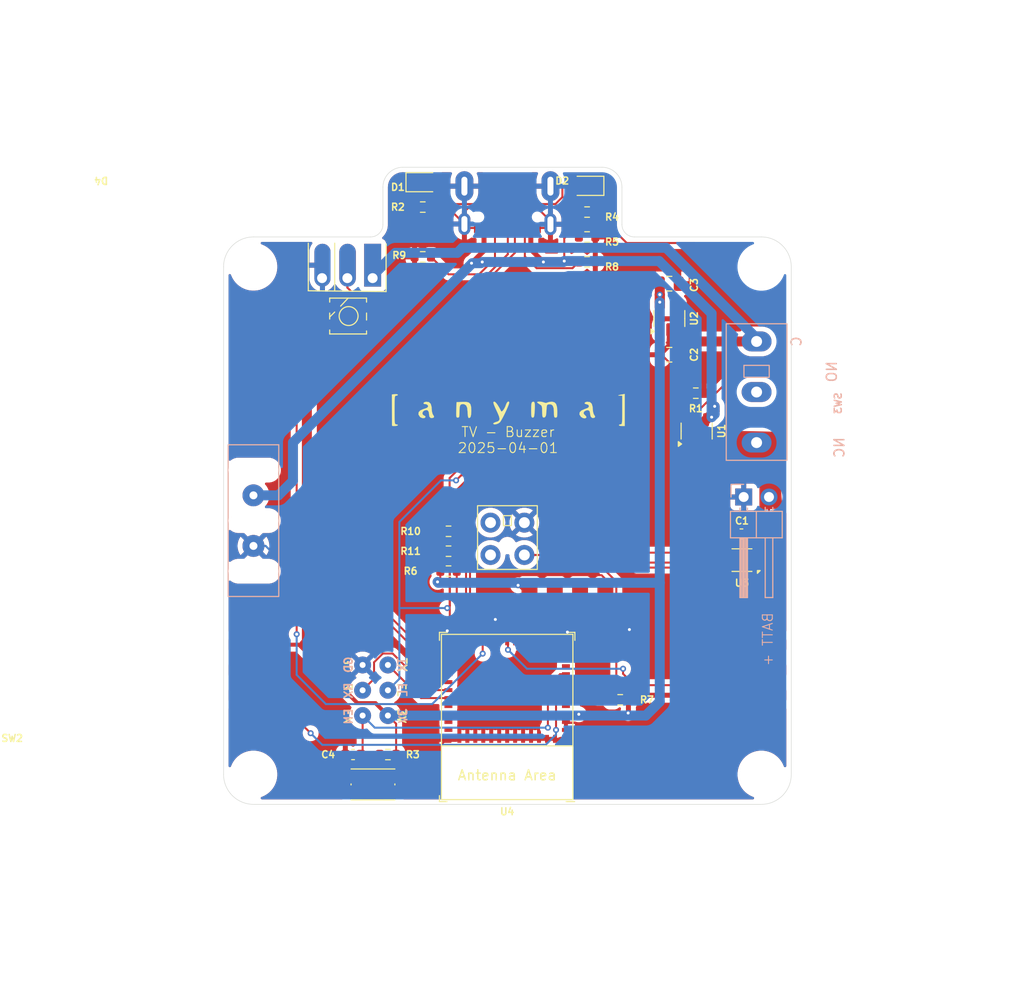
<source format=kicad_pcb>
(kicad_pcb (version 20240108) (generator "pcbnew") (generator_version "8.0")
  (layers (0 "F.Cu" signal) (31 "B.Cu" signal) (34 "B.Paste" user) (35 "F.Paste" user) (36 "B.SilkS" user "B.Silkscreen") (37 "F.SilkS" user "F.Silkscreen") (38 "B.Mask" user) (39 "F.Mask" user) (44 "Edge.Cuts" user))
  (net 0 "")
  (net 1 "+3V8")
  (net 2 "GND")
  (net 3 "+3V3")
  (net 4 "/en")
  (net 5 "Net-(D1-K)")
  (net 6 "Net-(D1-A)")
  (net 7 "Net-(D2-A)")
  (net 8 "/pix")
  (net 9 "Net-(D4-DOUT)")
  (net 10 "+BATT")
  (net 11 "/rx")
  (net 12 "/tx")
  (net 13 "/scl{slash}flash")
  (net 14 "/usb+")
  (net 15 "+5V")
  (net 16 "/usb-")
  (net 18 "Net-(J4-CC2)")
  (net 20 "Net-(J4-CC1)")
  (net 21 "/gpio_1")
  (net 22 "/gpio_0")
  (net 23 "/ad1")
  (net 24 "/ad2")
  (net 25 "/gpio_8")
  (net 26 "/gpio_6")
  (net 27 "/servo")
  (net 28 "Net-(U1-PROG)")
  (net 29 "/strap2")
  (net 30 "/sda")
  (footprint "MountingHole:MountingHole_4.3mm_M4" (layer "F.Cu") (at 105 79)
    (property "Reference" "H1" (hide yes))
    (property "Value" "MountingHole")
  )
  (footprint "Capacitor_SMD:C_0603_1608Metric" (layer "F.Cu") (at 153.997 105.844 180)
    (property "Reference" "C1")
    (property "Value" "100n")
  )
  (footprint "Resistor_SMD:R_0603_1608Metric" (layer "F.Cu") (at 149.416 91.694)
    (property "Reference" "R1")
    (property "Value" "2k")
  )
  (footprint "Capacitor_SMD:C_0805_2012Metric" (layer "F.Cu") (at 146.751 80.6955)
    (property "Reference" "C3")
    (property "Value" "4u7")
  )
  (footprint "anyma_footprints:smd-4pin" (layer "F.Cu") (at 135.255 112.014 90)
    (property "Reference" "J6" (hide yes))
    (property "Value" "spare")
  )
  (footprint "Resistor_SMD:R_0603_1608Metric" (layer "F.Cu") (at 124.587 109.569)
    (property "Reference" "R6")
    (property "Value" "5k1")
  )
  (footprint "Anyma06:SK6812-MINI-HS" (layer "F.Cu") (at 114.554 83.947 180)
    (property "Reference" "D4")
    (property "Value" "SK6812MINI")
  )
  (footprint "anyma_footprints:logo_anyma" (layer "F.Cu") (at 130.683 93.472)
    (property "Reference" "U5" (hide yes))
    (property "Value" "LOGO" (hide yes))
  )
  (footprint "Resistor_SMD:R_0603_1608Metric" (layer "F.Cu") (at 141.825 122.5 180)
    (property "Reference" "R7")
    (property "Value" "5k1")
  )
  (footprint "Capacitor_SMD:C_0805_2012Metric" (layer "F.Cu") (at 146.751 87.833 180)
    (property "Reference" "C2")
    (property "Value" "10u")
  )
  (footprint "Anyma06:ComboPinhead_03" (layer "F.Cu") (at 116.967 80.137 -90)
    (property "Reference" "J11" (hide yes))
    (property "Value" "pixels")
  )
  (footprint "anyma_footprints:smd-3pin" (layer "F.Cu") (at 104 119.5)
    (property "Reference" "J7" (hide yes))
    (property "Value" "sens")
  )
  (footprint "Capacitor_SMD:C_0603_1608Metric" (layer "F.Cu") (at 115 128 180)
    (property "Reference" "C4")
    (property "Value" "1u")
  )
  (footprint "synkie_footprints:JAE_USB-C_SJ122205" (layer "F.Cu") (at 130.5 74 180)
    (property "Reference" "J4" (hide yes))
    (property "Value" "USB_C_Receptacle_USB2.0")
  )
  (footprint "MountingHole:MountingHole_4.3mm_M4" (layer "F.Cu") (at 156 130)
    (property "Reference" "H4" (hide yes))
    (property "Value" "MountingHole")
  )
  (footprint "Resistor_SMD:R_0603_1608Metric" (layer "F.Cu") (at 138.5 78.5)
    (property "Reference" "R8")
    (property "Value" "5k1")
  )
  (footprint "anyma_footprints:smd-3pin" (layer "F.Cu") (at 157 119.5 180)
    (property "Reference" "J8" (hide yes))
    (property "Value" "sens")
  )
  (footprint "Resistor_SMD:R_0603_1608Metric" (layer "F.Cu") (at 124.587 105.569)
    (property "Reference" "R10")
    (property "Value" "5k1")
  )
  (footprint "Package_DFN_QFN:TDFN-8-1EP_2x2mm_P0.5mm_EP0.8x1.2mm" (layer "F.Cu") (at 154.051 108.465 180)
    (property "Reference" "U3")
    (property "Value" "~")
  )
  (footprint "Resistor_SMD:R_0603_1608Metric" (layer "F.Cu") (at 138.5 73.5)
    (property "Reference" "R4")
    (property "Value" "2k")
  )
  (footprint "Resistor_SMD:R_0603_1608Metric" (layer "F.Cu") (at 124.587 107.569)
    (property "Reference" "R11")
    (property "Value" "5k1")
  )
  (footprint "Package_TO_SOT_SMD:SOT-23-5" (layer "F.Cu") (at 149.5 95.5 90)
    (property "Reference" "U1")
    (property "Value" "MCP73831-2-OT")
  )
  (footprint "Resistor_SMD:R_0603_1608Metric" (layer "F.Cu") (at 122 73)
    (property "Reference" "R2")
    (property "Value" "2k")
  )
  (footprint "Resistor_SMD:R_0603_1608Metric" (layer "F.Cu") (at 122 78 180)
    (property "Reference" "R9")
    (property "Value" "5k1")
  )
  (footprint "MountingHole:MountingHole_4.3mm_M4" (layer "F.Cu") (at 105 130)
    (property "Reference" "H2" (hide yes))
    (property "Value" "MountingHole")
  )
  (footprint "Resistor_SMD:R_0603_1608Metric" (layer "F.Cu") (at 118.5 128 180)
    (property "Reference" "R3")
    (property "Value" "5k1")
  )
  (footprint "PCM_Espressif:ESP32-C3-MINI-1" (layer "F.Cu") (at 130.475 124.225 180)
    (property "Reference" "U4")
    (property "Value" "ESP32-C3-MINI-1")
  )
  (footprint "LED_SMD:LED_0805_2012Metric" (layer "F.Cu") (at 138.5 70.866 180)
    (property "Reference" "D2")
    (property "Value" "CHRG")
  )
  (footprint "Package_TO_SOT_SMD:SOT-23-5" (layer "F.Cu") (at 146.751 84.1955 90)
    (property "Reference" "U2")
    (property "Value" "XC6220B331MR")
  )
  (footprint "MountingHole:MountingHole_4.3mm_M4" (layer "F.Cu") (at 156 79)
    (property "Reference" "H3" (hide yes))
    (property "Value" "MountingHole")
  )
  (footprint "LED_SMD:LED_0805_2012Metric" (layer "F.Cu") (at 122 70.5)
    (property "Reference" "D1")
    (property "Value" "RDY")
  )
  (footprint "Resistor_SMD:R_0603_1608Metric" (layer "F.Cu") (at 138.5 76)
    (property "Reference" "R5")
    (property "Value" "2k")
  )
  (footprint "Anyma06:DDS001" (layer "F.Cu") (at 130.5 104.5 90)
    (property "Reference" "SW4" (hide yes))
    (property "Value" "Btn-1")
  )
  (footprint "Anyma06:ESP-POGO-PROG-THT" (layer "F.Cu") (at 117.3 121.58 180)
    (property "Reference" "J3" (hide yes))
    (property "Value" "Prog")
  )
  (footprint "Button_Switch_SMD:SW_Push_1P1T_NO_CK_KMR2" (layer "F.Cu") (at 117 131 180)
    (property "Reference" "SW2")
    (property "Value" "Reset")
  )
  (footprint "Anyma06:Microschalter" (layer "B.Cu") (at 161.4555 92.58 -90)
    (property "Reference" "SW3")
    (property "Value" "SW_SPDT")
  )
  (footprint "Anyma06:PogoChargeConn" (layer "B.Cu") (at 105 104.5 180)
    (property "Reference" "J12" (hide yes))
    (property "Value" "Charge")
  )
  (footprint "Connector_PinHeader_2.54mm:PinHeader_1x02_P2.54mm_Horizontal" (layer "B.Cu") (at 154.225 102.125 -90)
    (property "Reference" "J1" (hide yes))
    (property "Value" "BATT")
  )
  (gr_arc (start 156 76) (mid 158.12132 76.87868) (end 159 79) (stroke (width 0.05)) (layer "Edge.Cuts"))
  (gr_line (start 159 79) (end 159 130) (stroke (width 0.05)) (layer "Edge.Cuts"))
  (gr_line (start 105 76) (end 116.75 76) (stroke (width 0.05)) (layer "Edge.Cuts"))
  (gr_arc (start 105 133) (mid 102.87868 132.12132) (end 102 130) (stroke (width 0.05)) (layer "Edge.Cuts"))
  (gr_line (start 142 71) (end 142 74.75) (stroke (width 0.05)) (layer "Edge.Cuts"))
  (gr_line (start 156 76) (end 143.25 76) (stroke (width 0.05)) (layer "Edge.Cuts"))
  (gr_arc (start 102 79) (mid 102.87868 76.87868) (end 105 76) (stroke (width 0.05)) (layer "Edge.Cuts"))
  (gr_arc (start 140 69) (mid 141.414214 69.585786) (end 142 71) (stroke (width 0.05)) (layer "Edge.Cuts"))
  (gr_line (start 118 71) (end 118 74.75) (stroke (width 0.05)) (layer "Edge.Cuts"))
  (gr_arc (start 159 130) (mid 158.12132 132.12132) (end 156 133) (stroke (width 0.05)) (layer "Edge.Cuts"))
  (gr_line (start 102 79) (end 102 130) (stroke (width 0.05)) (layer "Edge.Cuts"))
  (gr_arc (start 143.25 76) (mid 142.366117 75.633883) (end 142 74.75) (stroke (width 0.05)) (layer "Edge.Cuts"))
  (gr_arc (start 118 74.75) (mid 117.633883 75.633883) (end 116.75 76) (stroke (width 0.05)) (layer "Edge.Cuts"))
  (gr_line (start 120 69) (end 140 69) (stroke (width 0.05)) (layer "Edge.Cuts"))
  (gr_arc (start 118 71) (mid 118.585786 69.585786) (end 120 69) (stroke (width 0.05)) (layer "Edge.Cuts"))
  (gr_line (start 105 133) (end 156 133) (stroke (width 0.05)) (layer "Edge.Cuts"))
  (gr_text "BATT +" (at 157.226 113.665 90) (layer "B.SilkS") (effects (font (size 1 1) (thickness 0.1)) (justify left bottom mirror)))
  (gr_text "TV - Buzzer\n2025-04-01" (at 130.556 97.79 0) (layer "F.SilkS") (effects (font (size 1 1) (thickness 0.1)) (justify bottom)))
  (segment (start 147.3395 84.2205) (end 147.701 84.582) (width 0.5) (layer "F.Cu") (net 1))
  (segment (start 146.251001 84.2205) (end 147.3395 84.2205) (width 0.5) (layer "F.Cu") (net 1))
  (segment (start 155.5195 86.5) (end 149.034 86.5) (width 1) (layer "F.Cu") (net 1))
  (segment (start 147.701 85.333) (end 147.701 87.833) (width 0.5) (layer "F.Cu") (net 1))
  (segment (start 145.801 85.333) (end 145.801 84.670501) (width 0.5) (layer "F.Cu") (net 1))
  (segment (start 147.701 84.582) (end 147.701 85.333) (width 0.5) (layer "F.Cu") (net 1))
  (segment (start 149.034 86.5) (end 147.701 87.833) (width 1) (layer "F.Cu") (net 1))
  (segment (start 145.801 84.670501) (end 146.251001 84.2205) (width 0.5) (layer "F.Cu") (net 1))
  (segment (start 125.984 77.089) (end 125.476 77.597) (width 1) (layer "B.Cu") (net 1))
  (segment (start 119.253 77.597) (end 116.967 79.883) (width 1) (layer "B.Cu") (net 1))
  (segment (start 125.476 77.597) (end 119.253 77.597) (width 1) (layer "B.Cu") (net 1))
  (segment (start 155.5195 86.5) (end 155.5195 86.1775) (width 1) (layer "B.Cu") (net 1))
  (segment (start 146.431 77.089) (end 125.984 77.089) (width 1) (layer "B.Cu") (net 1))
  (segment (start 155.5195 86.1775) (end 146.431 77.089) (width 1) (layer "B.Cu") (net 1))
  (segment (start 155.0385 109.215) (end 154.636614 109.215) (width 0.2) (layer "F.Cu") (net 2))
  (segment (start 154.051 106.673) (end 154.051 108.465) (width 0.2) (layer "F.Cu") (net 2))
  (segment (start 124.525 116.575) (end 124.525 115.635) (width 0.2) (layer "F.Cu") (net 2))
  (segment (start 153.0635 108.215) (end 153.801 108.215) (width 0.2) (layer "F.Cu") (net 2))
  (segment (start 136.525 115.697) (end 136.525 116.475) (width 0.2) (layer "F.Cu") (net 2))
  (segment (start 133.675 118.325) (end 132.45 119.55) (width 0.2) (layer "F.Cu") (net 2))
  (segment (start 124.383578 126.475) (end 119.058578 131.8) (width 0.2) (layer "F.Cu") (net 2))
  (segment (start 124.525 115.635) (end 124.46 115.57) (width 0.2) (layer "F.Cu") (net 2))
  (segment (start 133.519239 73.1) (end 126.544 73.1) (width 0.2) (layer "F.Cu") (net 2))
  (segment (start 126.18 73.464) (end 126.18 74.7) (width 0.2) (layer "F.Cu") (net 2))
  (segment (start 139.954 109.982) (end 130.048 109.982) (width 0.2) (layer "F.Cu") (net 2))
  (segment (start 146.751 85.333) (end 146.751 86.883) (width 0.5) (layer "F.Cu") (net 2))
  (segment (start 139.192 115.697) (end 136.525 115.697) (width 0.2) (layer "F.Cu") (net 2))
  (segment (start 130.048 109.982) (end 129.286 110.744) (width 0.2) (layer "F.Cu") (net 2))
  (segment (start 114.2 131.05) (end 114.95 131.8) (width 0.2) (layer "F.Cu") (net 2))
  (segment (start 121.175 78) (end 121.175 74.65) (width 0.2) (layer "F.Cu") (net 2))
  (segment (start 134.82 74.400761) (end 133.519239 73.1) (width 0.2) (layer "F.Cu") (net 2))
  (segment (start 134.82 74.725) (end 134.82 74.400761) (width 0.2) (layer "F.Cu") (net 2))
  (segment (start 136.525 116.475) (end 136.425 116.575) (width 0.2) (layer "F.Cu") (net 2))
  (segment (start 140.335 112.014) (end 140.335 110.363) (width 0.2) (layer "F.Cu") (net 2))
  (segment (start 128.5 119.55) (end 132.45 119.55) (width 0.2) (layer "F.Cu") (net 2))
  (segment (start 134.445 75.1) (end 134.82 74.725) (width 0.2) (layer "F.Cu") (net 2))
  (segment (start 124.525 126.475) (end 136.425 126.475) (width 0.2) (layer "F.Cu") (net 2))
  (segment (start 154.636614 107.715) (end 154.051 108.300614) (width 0.2) (layer "F.Cu") (net 2))
  (segment (start 127.4 75.1) (end 126.58 75.1) (width 0.2) (layer "F.Cu") (net 2))
  (segment (start 129.286 110.744) (end 129.286 114.427) (width 0.2) (layer "F.Cu") (net 2))
  (segment (start 145.98 87.833) (end 145.801 87.833) (width 0.2) (layer "F.Cu") (net 2))
  (segment (start 154.051 108.629386) (end 154.051 108.465) (width 0.2) (layer "F.Cu") (net 2))
  (segment (start 154.225 102.125) (end 154.225 103.886) (width 0.2) (layer "F.Cu") (net 2))
  (segment (start 119.05 131.8) (end 114.95 131.8) (width 0.2) (layer "F.Cu") (net 2))
  (segment (start 154.225 103.886) (end 154.225 103.966) (width 0.2) (layer "F.Cu") (net 2))
  (segment (start 114.2 128.025) (end 114.2 131.05) (width 0.2) (layer "F.Cu") (net 2))
  (segment (start 124.525 126.475) (end 124.383578 126.475) (width 0.2) (layer "F.Cu") (net 2))
  (segment (start 133.752 117.525) (end 133.675 117.602) (width 0.2) (layer "F.Cu") (net 2))
  (segment (start 124.48 73) (end 126.18 74.7) (width 0.2) (layer "F.Cu") (net 2))
  (segment (start 149.841 91.694) (end 145.98 87.833) (width 0.2) (layer "F.Cu") (net 2))
  (segment (start 133.675 117.602) (end 133.675 118.325) (width 0.2) (layer "F.Cu") (net 2))
  (segment (start 140.335 112.014) (end 140.335 114.554) (width 0.2) (layer "F.Cu") (net 2))
  (segment (start 154.225 114.185) (end 157 116.96) (width 0.2) (layer "F.Cu") (net 2))
  (segment (start 121.175 74.65) (end 122.825 73) (width 0.2) (layer "F.Cu") (net 2))
  (segment (start 133.675 116.625) (end 133.675 117.602) (width 0.2) (layer "F.Cu") (net 2))
  (segment (start 126.58 75.1) (end 126.18 74.7) (width 0.2) (layer "F.Cu") (net 2))
  (segment (start 155.0385 109.215) (end 154.886 109.3675) (width 0.2) (layer "F.Cu") (net 2))
  (segment (start 150.241 91.694) (end 149.841 91.694) (width 0.2) (layer "F.Cu") (net 2))
  (segment (start 149.5 96.6375) (end 149.5 98.277) (width 0.2) (layer "F.Cu") (net 2))
  (segment (start 126.544 73.1) (end 126.18 73.464) (width 0.2) (layer "F.Cu") (net 2))
  (segment (start 146.751 86.883) (end 145.801 87.833) (width 0.5) (layer "F.Cu") (net 2))
  (segment (start 136.425 117.475) (end 136.375 117.525) (width 0.2) (layer "F.Cu") (net 2))
  (segment (start 119.058578 131.8) (end 119.05 131.8) (width 0.2) (layer "F.Cu") (net 2))
  (segment (start 128.5 119.55) (end 128.5 123.5) (width 0.2) (layer "F.Cu") (net 2))
  (segment (start 133.6 75.1) (end 134.445 75.1) (width 0.2) (layer "F.Cu") (net 2))
  (segment (start 139.325 78.5) (end 139.325 80.029) (width 0.2) (layer "F.Cu") (net 2))
  (segment (start 132.45 119.55) (end 132.45 123.5) (width 0.2) (layer "F.Cu") (net 2))
  (segment (start 155.0385 107.715) (end 154.636614 107.715) (width 0.2) (layer "F.Cu") (net 2))
  (segment (start 153.222 105.844) (end 154.051 106.673) (width 0.2) (layer "F.Cu") (net 2))
  (segment (start 136.425 116.575) (end 136.425 117.475) (width 0.2) (layer "F.Cu") (net 2))
  (segment (start 154.051 108.300614) (end 154.051 108.465) (width 0.2) (layer "F.Cu") (net 2))
  (segment (start 136.375 117.525) (end 133.752 117.525) (width 0.2) (layer "F.Cu") (net 2))
  (segment (start 154.636614 109.215) (end 154.051 108.629386) (width 0.2) (layer "F.Cu") (net 2))
  (segment (start 136.375 124.725) (end 136.375 126.425) (width 0.2) (layer "F.Cu") (net 2))
  (segment (start 153.801 108.215) (end 154.051 108.465) (width 0.2) (layer "F.Cu") (net 2))
  (segment (start 136.375 126.425) (end 136.425 126.475) (width 0.2) (layer "F.Cu") (net 2))
  (segment (start 140.335 114.554) (end 139.192 115.697) (width 0.2) (layer "F.Cu") (net 2))
  (segment (start 122.825 73) (end 124.48 73) (width 0.2) (layer "F.Cu") (net 2))
  (segment (start 130.475 119.55) (end 130.475 123.5) (width 0.2) (layer "F.Cu") (net 2))
  (segment (start 114.225 128) (end 114.2 128.025) (width 0.2) (layer "F.Cu") (net 2))
  (segment (start 139.325 76) (end 139.325 78.5) (width 0.2) (layer "F.Cu") (net 2))
  (segment (start 130.475 123.5) (end 130.475 126.425) (width 0.2) (layer "F.Cu") (net 2))
  (segment (start 140.335 110.363) (end 139.954 109.982) (width 0.2) (layer "F.Cu") (net 2))
  (via (at 124.46 115.57) (size 0.6) (drill 0.3) (layers "F.Cu" "B.Cu") (net 2))
  (via (at 142.748 115.443) (size 0.6) (drill 0.3) (layers "F.Cu" "B.Cu") (net 2))
  (via (at 129.286 114.427) (size 0.6) (drill 0.3) (layers "F.Cu" "B.Cu") (net 2))
  (via (at 136.525 115.697) (size 0.6) (drill 0.3) (layers "F.Cu" "B.Cu") (net 2))
  (segment (start 106.222742 107.04) (end 108.331 109.148258) (width 0.2) (layer "B.Cu") (net 2))
  (segment (start 136.398 115.57) (end 136.525 115.697) (width 0.2) (layer "B.Cu") (net 2))
  (segment (start 105 107.04) (end 106.222742 107.04) (width 0.2) (layer "B.Cu") (net 2))
  (segment (start 129.286 114.427) (end 128.143 115.57) (width 0.2) (layer "B.Cu") (net 2))
  (segment (start 142.748 115.443) (end 136.779 115.443) (width 0.2) (layer "B.Cu") (net 2))
  (segment (start 124.46 115.57) (end 136.398 115.57) (width 0.2) (layer "B.Cu") (net 2))
  (segment (start 134.82 70.9) (end 134.82 74.725) (width 0.2) (layer "B.Cu") (net 2))
  (segment (start 128.143 115.57) (end 124.46 115.57) (width 0.2) (layer "B.Cu") (net 2))
  (segment (start 126.18 70.9) (end 126.18 74.7) (width 0.2) (layer "B.Cu") (net 2))
  (segment (start 136.779 115.443) (end 136.525 115.697) (width 0.2) (layer "B.Cu") (net 2))
  (segment (start 157 122.04) (end 143.11 122.04) (width 0.5) (layer "F.Cu") (net 3))
  (segment (start 145.801 82.555) (end 145.796 82.55) (width 1) (layer "F.Cu") (net 3))
  (segment (start 123.762 105.569) (end 123.762 109.569) (width 0.2) (layer "F.Cu") (net 3))
  (segment (start 119.325 128) (end 119.325 124.905) (width 0.2) (layer "F.Cu") (net 3))
  (segment (start 123.762 110.374082) (end 123.481541 110.654541) (width 0.2) (layer "F.Cu") (net 3))
  (segment (start 142.65 122.5) (end 142.65 123.796) (width 0.5) (layer "F.Cu") (net 3))
  (segment (start 116.394 84.837) (end 110.363 90.868) (width 1) (layer "F.Cu") (net 3))
  (segment (start 132.715 112.014) (end 132.588 112.014) (width 0.2) (layer "F.Cu") (net 3))
  (segment (start 115.442233 122.83) (end 117.25 122.83) (width 0.4) (layer "F.Cu") (net 3))
  (segment (start 145.801 83.058) (end 145.801 82.555) (width 1) (layer "F.Cu") (net 3))
  (segment (start 142.65 123.796) (end 142.621 123.825) (width 0.5) (layer "F.Cu") (net 3))
  (segment (start 145.796 81.793) (end 145.801 81.788) (width 1) (layer "F.Cu") (net 3))
  (segment (start 132.588 112.014) (end 131.572 110.998) (width 0.2) (layer "F.Cu") (net 3))
  (segment (start 104 116.96) (end 109.572233 116.96) (width 0.4) (layer "F.Cu") (net 3))
  (segment (start 145.801 83.058) (end 145.801 81.788) (width 1) (layer "F.Cu") (net 3))
  (segment (start 137.641 123.925) (end 137.668 123.952) (width 0.5) (layer "F.Cu") (net 3))
  (segment (start 145.801 81.788) (end 145.801 80.6955) (width 1) (layer "F.Cu") (net 3))
  (segment (start 145.796 82.55) (end 145.796 81.793) (width 1) (layer "F.Cu") (net 3))
  (segment (start 119.325 124.905) (end 118.5 124.08) (width 0.2) (layer "F.Cu") (net 3))
  (segment (start 136.375 123.925) (end 137.641 123.925) (width 0.5) (layer "F.Cu") (net 3))
  (segment (start 109.572233 116.96) (end 115.442233 122.83) (width 0.4) (layer "F.Cu") (net 3))
  (segment (start 110.363 90.868) (end 110.363 116.69114) (width 1) (layer "F.Cu") (net 3))
  (segment (start 110.363 116.69114) (end 110.09414 116.96) (width 1) (layer "F.Cu") (net 3))
  (segment (start 123.762 109.569) (end 123.762 110.374082) (width 0.2) (layer "F.Cu") (net 3))
  (segment (start 117.25 122.83) (end 118.5 124.08) (width 0.4) (layer "F.Cu") (net 3))
  (segment (start 143.11 122.04) (end 142.65 122.5) (width 0.5) (layer "F.Cu") (net 3))
  (via (at 145.796 82.55) (size 0.6) (drill 0.3) (layers "F.Cu" "B.Cu") (net 3))
  (via (at 137.668 123.952) (size 0.6) (drill 0.3) (layers "F.Cu" "B.Cu") (net 3))
  (via (at 131.572 110.998) (size 0.6) (drill 0.3) (layers "F.Cu" "B.Cu") (net 3))
  (via (at 142.621 123.825) (size 0.6) (drill 0.3) (layers "F.Cu" "B.Cu") (net 3))
  (via (at 123.481541 110.654541) (size 0.6) (drill 0.3) (layers "F.Cu" "B.Cu") (net 3))
  (via (at 145.801 81.788) (size 0.6) (drill 0.3) (layers "F.Cu" "B.Cu") (net 3))
  (segment (start 138.683 123.952) (end 138.811 124.08) (width 0.5) (layer "B.Cu") (net 3))
  (segment (start 145.796 110.744) (end 145.796 122.682) (width 1) (layer "B.Cu") (net 3))
  (segment (start 123.571 110.744) (end 123.481541 110.654541) (width 1) (layer "B.Cu") (net 3))
  (segment (start 145.796 82.55) (end 145.796 110.744) (width 1) (layer "B.Cu") (net 3))
  (segment (start 137.668 123.952) (end 138.683 123.952) (width 0.5) (layer "B.Cu") (net 3))
  (segment (start 131.572 110.998) (end 131.318 110.744) (width 0.2) (layer "B.Cu") (net 3))
  (segment (start 138.811 124.08) (end 118.5 124.08) (width 1) (layer "B.Cu") (net 3))
  (segment (start 145.796 110.744) (end 130.556 110.744) (width 1) (layer "B.Cu") (net 3))
  (segment (start 131.318 110.744) (end 130.556 110.744) (width 0.2) (layer "B.Cu") (net 3))
  (segment (start 130.556 110.744) (end 123.571 110.744) (width 1) (layer "B.Cu") (net 3))
  (segment (start 144.398 124.08) (end 138.811 124.08) (width 1) (layer "B.Cu") (net 3))
  (segment (start 145.796 122.682) (end 144.398 124.08) (width 1) (layer "B.Cu") (net 3))
  (segment (start 115.96 124.08) (end 115.96 127.815) (width 0.2) (layer "F.Cu") (net 4))
  (segment (start 115.775 129.375) (end 114.95 130.2) (width 0.2) (layer "F.Cu") (net 4))
  (segment (start 115.775 128) (end 115.775 129.375) (width 0.2) (layer "F.Cu") (net 4))
  (segment (start 117.675 128) (end 115.775 128) (width 0.2) (layer "F.Cu") (net 4))
  (segment (start 136.375 119.925) (end 135.775 119.925) (width 0.2) (layer "F.Cu") (net 4))
  (segment (start 134.562877 121.137123) (end 134.562877 125.297968) (width 0.2) (layer "F.Cu") (net 4))
  (segment (start 115.96 127.815) (end 115.775 128) (width 0.2) (layer "F.Cu") (net 4))
  (segment (start 117.675 128.825) (end 119.05 130.2) (width 0.2) (layer "F.Cu") (net 4))
  (segment (start 135.775 119.925) (end 134.562877 121.137123) (width 0.2) (layer "F.Cu") (net 4))
  (segment (start 117.675 128) (end 117.675 128.825) (width 0.2) (layer "F.Cu") (net 4))
  (via (at 134.562877 125.297968) (size 0.6) (drill 0.3) (layers "F.Cu" "B.Cu") (net 4))
  (segment (start 117.177968 125.297968) (end 134.562877 125.297968) (width 0.2) (layer "B.Cu") (net 4))
  (segment (start 115.96 124.08) (end 117.177968 125.297968) (width 0.2) (layer "B.Cu") (net 4))
  (segment (start 121.0625 72.8875) (end 121.175 73) (width 0.2) (layer "F.Cu") (net 5))
  (segment (start 121.0625 70.5) (end 121.0625 72.8875) (width 0.2) (layer "F.Cu") (net 5))
  (segment (start 137.229768 69.723) (end 136.02 70.932768) (width 0.2) (layer "F.Cu") (net 6))
  (segment (start 140.081 71.5095) (end 139.4375 70.866) (width 0.2) (layer "F.Cu") (net 6))
  (segment (start 138.2945 69.723) (end 137.229768 69.723) (width 0.2) (layer "F.Cu") (net 6))
  (segment (start 142.480302 76.610314) (end 140.081 74.211012) (width 0.2) (layer "F.Cu") (net 6))
  (segment (start 136.02 70.932768) (end 136.02 71.997056) (width 0.2) (layer "F.Cu") (net 6))
  (segment (start 148.55 95.665552) (end 149.606 94.609552) (width 0.2) (layer "F.Cu") (net 6))
  (segment (start 125.1375 72.7) (end 122.9375 70.5) (width 0.2) (layer "F.Cu") (net 6))
  (segment (start 136.02 71.997056) (end 135.317056 72.7) (width 0.2) (layer "F.Cu") (net 6))
  (segment (start 156.083 89.535) (end 157.861 87.757) (width 0.2) (layer "F.Cu") (net 6))
  (segment (start 149.606 94.609552) (end 149.606 93.516648) (width 0.2) (layer "F.Cu") (net 6))
  (segment (start 135.317056 72.7) (end 125.1375 72.7) (width 0.2) (layer "F.Cu") (net 6))
  (segment (start 148.55 96.6375) (end 148.55 95.665552) (width 0.2) (layer "F.Cu") (net 6))
  (segment (start 149.254314 76.610314) (end 142.480302 76.610314) (width 0.2) (layer "F.Cu") (net 6))
  (segment (start 153.587648 89.535) (end 156.083 89.535) (width 0.2) (layer "F.Cu") (net 6))
  (segment (start 157.861 85.217) (end 149.254314 76.610314) (width 0.2) (layer "F.Cu") (net 6))
  (segment (start 139.4375 70.866) (end 138.2945 69.723) (width 0.2) (layer "F.Cu") (net 6))
  (segment (start 157.861 87.757) (end 157.861 85.217) (width 0.2) (layer "F.Cu") (net 6))
  (segment (start 149.606 93.516648) (end 153.587648 89.535) (width 0.2) (layer "F.Cu") (net 6))
  (segment (start 140.081 74.211012) (end 140.081 71.5095) (width 0.2) (layer "F.Cu") (net 6))
  (segment (start 139.325 73.5) (end 139.325 73.654) (width 0.2) (layer "F.Cu") (net 7))
  (segment (start 137.5625 70.866) (end 137.5625 71.7375) (width 0.2) (layer "F.Cu") (net 7))
  (segment (start 139.325 73.654) (end 137.675 75.304) (width 0.2) (layer "F.Cu") (net 7))
  (segment (start 137.675 75.304) (end 137.675 76) (width 0.2) (layer "F.Cu") (net 7))
  (segment (start 137.5625 71.7375) (end 139.325 73.5) (width 0.2) (layer "F.Cu") (net 7))
  (segment (start 112.714 86.803) (end 109.338607 90.178393) (width 0.2) (layer "F.Cu") (net 8))
  (segment (start 109.338607 90.178393) (end 109.338607 115.91) (width 0.2) (layer "F.Cu") (net 8))
  (segment (start 128.016 117.856) (end 128.016 116.684) (width 0.2) (layer "F.Cu") (net 8))
  (segment (start 112.714 84.837) (end 112.714 86.803) (width 0.2) (layer "F.Cu") (net 8))
  (segment (start 128.016 116.684) (end 128.075 116.625) (width 0.2) (layer "F.Cu") (net 8))
  (via (at 128.016 117.856) (size 0.6) (drill 0.3) (layers "F.Cu" "B.Cu") (net 8))
  (via (at 109.338607 115.91) (size 0.6) (drill 0.3) (layers "F.Cu" "B.Cu") (net 8))
  (segment (start 128.016 117.856) (end 122.942 122.93) (width 0.2) (layer "B.Cu") (net 8))
  (segment (start 112.274 122.93) (end 109.338607 119.994607) (width 0.2) (layer "B.Cu") (net 8))
  (segment (start 122.942 122.93) (end 112.274 122.93) (width 0.2) (layer "B.Cu") (net 8))
  (segment (start 109.338607 119.994607) (end 109.338607 115.91) (width 0.2) (layer "B.Cu") (net 8))
  (segment (start 114.427 80.01) (end 114.427 81.09) (width 0.2) (layer "F.Cu") (net 9))
  (segment (start 114.427 81.09) (end 116.394 83.057) (width 0.2) (layer "F.Cu") (net 9))
  (segment (start 156.765 108.157) (end 156.765 105.664) (width 0.2) (layer "F.Cu") (net 10))
  (segment (start 156.707 108.215) (end 156.765 108.157) (width 0.2) (layer "F.Cu") (net 10))
  (segment (start 156.765 97.9055) (end 156.765 102.125) (width 1) (layer "F.Cu") (net 10))
  (segment (start 154.772 105.844) (end 156.585 105.844) (width 0.2) (layer "F.Cu") (net 10))
  (segment (start 156.765 105.664) (end 156.765 102.125) (width 0.2) (layer "F.Cu") (net 10))
  (segment (start 155.0385 108.215) (end 156.707 108.215) (width 0.2) (layer "F.Cu") (net 10))
  (segment (start 155.0385 108.215) (end 155.0385 108.715) (width 0.2) (layer "F.Cu") (net 10))
  (segment (start 156.585 105.844) (end 156.765 105.664) (width 0.2) (layer "F.Cu") (net 10))
  (segment (start 155.5195 96.66) (end 156.765 97.9055) (width 1) (layer "F.Cu") (net 10))
  (segment (start 117.11 118.729) (end 117.11 120.39) (width 0.2) (layer "F.Cu") (net 11))
  (segment (start 124.575 121.525) (end 122.651346 121.525) (width 0.2) (layer "F.Cu") (net 11))
  (segment (start 117.11 120.39) (end 115.96 121.54) (width 0.2) (layer "F.Cu") (net 11))
  (segment (start 122.651346 121.525) (end 118.976346 117.85) (width 0.2) (layer "F.Cu") (net 11))
  (segment (start 117.989 117.85) (end 117.11 118.729) (width 0.2) (layer "F.Cu") (net 11))
  (segment (start 118.976346 117.85) (end 117.989 117.85) (width 0.2) (layer "F.Cu") (net 11))
  (segment (start 118.5 119) (end 121.825 122.325) (width 0.2) (layer "F.Cu") (net 12))
  (segment (start 121.825 122.325) (end 124.575 122.325) (width 0.2) (layer "F.Cu") (net 12))
  (segment (start 153.0635 108.715) (end 143.570686 108.715) (width 0.2) (layer "F.Cu") (net 13))
  (segment (start 124.712 108.966) (end 124.712 114.171) (width 0.2) (layer "F.Cu") (net 13))
  (segment (start 124.712 113.032) (end 124.46 113.284) (width 0.2) (layer "F.Cu") (net 13))
  (segment (start 134.804691 99.949005) (end 125.852995 99.949005) (width 0.2) (layer "F.Cu") (net 13))
  (segment (start 126.475 115.934) (end 126.475 116.625) (width 0.2) (layer "F.Cu") (net 13))
  (segment (start 125.412 107.569) (end 124.712 108.269) (width 0.2) (layer "F.Cu") (net 13))
  (segment (start 124.712 108.966) (end 124.712 113.032) (width 0.2) (layer "F.Cu") (net 13))
  (segment (start 125.852995 99.949005) (end 125.345 100.457) (width 0.2) (layer "F.Cu") (net 13))
  (segment (start 124.712 114.171) (end 126.475 115.934) (width 0.2) (layer "F.Cu") (net 13))
  (segment (start 143.570686 108.715) (end 134.804691 99.949005) (width 0.2) (layer "F.Cu") (net 13))
  (segment (start 124.712 108.269) (end 124.712 108.966) (width 0.2) (layer "F.Cu") (net 13))
  (via (at 125.345 100.457) (size 0.6) (drill 0.3) (layers "F.Cu" "B.Cu") (net 13))
  (via (at 124.46 113.284) (size 0.6) (drill 0.3) (layers "F.Cu" "B.Cu") (net 13))
  (segment (start 119.65 104.632) (end 123.825 100.457) (width 0.2) (layer "B.Cu") (net 13))
  (segment (start 119.65 113.284) (end 119.65 104.632) (width 0.2) (layer "B.Cu") (net 13))
  (segment (start 124.46 113.284) (end 119.65 113.284) (width 0.2) (layer "B.Cu") (net 13))
  (segment (start 119.65 120.39) (end 119.65 113.284) (width 0.2) (layer "B.Cu") (net 13))
  (segment (start 123.825 100.457) (end 125.345 100.457) (width 0.2) (layer "B.Cu") (net 13))
  (segment (start 118.5 121.54) (end 119.65 120.39) (width 0.2) (layer "B.Cu") (net 13))
  (segment (start 130.25 75.1) (end 130.25 75.386) (width 0.2) (layer "F.Cu") (net 14))
  (segment (start 114.281 93.999) (end 114.281 110.489685) (width 0.2) (layer "F.Cu") (net 14))
  (segment (start 130.5395 75.6755) (end 130.5395 77.7405) (width 0.2) (layer "F.Cu") (net 14))
  (segment (start 114.281 110.489685) (end 122.916315 119.125) (width 0.2) (layer "F.Cu") (net 14))
  (segment (start 130.75 75.465) (end 130.5395 75.6755) (width 0.2) (layer "F.Cu") (net 14))
  (segment (start 122.916315 119.125) (end 124.575 119.125) (width 0.2) (layer "F.Cu") (net 14))
  (segment (start 130.5395 77.7405) (end 114.281 93.999) (width 0.2) (layer "F.Cu") (net 14))
  (segment (start 130.75 75.1) (end 130.75 75.465) (width 0.2) (layer "F.Cu") (net 14))
  (segment (start 130.25 75.386) (end 130.5395 75.6755) (width 0.2) (layer "F.Cu") (net 14))
  (segment (start 128.15 77.381967) (end 126.895691 78.636276) (width 0.5) (layer "F.Cu") (net 15))
  (segment (start 150.45 94.3625) (end 151.308865 93.503635) (width 1) (layer "F.Cu") (net 15))
  (segment (start 151.308865 93.503635) (end 151.308865 93.015865) (width 1) (layer "F.Cu") (net 15))
  (segment (start 137.675 73.5) (end 137.675 74.669) (width 0.2) (layer "F.Cu") (net 15))
  (segment (start 128.15 75.1) (end 128.15 77.381967) (width 0.5) (layer "F.Cu") (net 15))
  (segment (start 136.207501 78.422501) (end 134.20611 78.422501) (width 0.5) (layer "F.Cu") (net 15))
  (segment (start 132.85 75.1) (end 132.85 77.254611) (width 0.5) (layer "F.Cu") (net 15))
  (segment (start 132.85 77.254611) (end 134.112 78.516611) (width 0.5) (layer "F.Cu") (net 15))
  (segment (start 137.675 74.669) (end 136.207501 76.136499) (width 0.2) (layer "F.Cu") (net 15))
  (segment (start 134.20611 78.422501) (end 134.112 78.516611) (width 0.5) (layer "F.Cu") (net 15))
  (segment (start 136.207501 76.136499) (end 136.207501 78.422501) (width 0.2) (layer "F.Cu") (net 15))
  (via (at 134.112 78.516611) (size 0.6) (drill 0.3) (layers "F.Cu" "B.Cu") (net 15))
  (via (at 151.308865 93.015865) (size 0.6) (drill 0.3) (layers "F.Cu" "B.Cu") (net 15))
  (via (at 126.895691 78.636276) (size 0.6) (drill 0.3) (layers "F.Cu" "B.Cu") (net 15))
  (via (at 127.97365 78.516611) (size 0.6) (drill 0.3) (layers "F.Cu" "B.Cu") (net 15))
  (via (at 136.207501 78.422501) (size 0.6) (drill 0.3) (layers "F.Cu" "B.Cu") (net 15))
  (via (at 151.003 94.107) (size 0.6) (drill 0.3) (layers "F.Cu" "B.Cu") (net 15))
  (segment (start 108.966 100.499) (end 108.966 96.647) (width 1) (layer "B.Cu") (net 15))
  (segment (start 105 101.96) (end 107.505 101.96) (width 1) (layer "B.Cu") (net 15))
  (segment (start 127.853985 78.636276) (end 127.97365 78.516611) (width 0.5) (layer "B.Cu") (net 15))
  (segment (start 108.966 96.647) (end 126.976724 78.636276) (width 1) (layer "B.Cu") (net 15))
  (segment (start 151.003 83.693) (end 145.732501 78.422501) (width 1) (layer "B.Cu") (net 15))
  (segment (start 107.505 101.96) (end 108.966 100.499) (width 1) (layer "B.Cu") (net 15))
  (segment (start 151.003 94.107) (end 151.003 83.693) (width 1) (layer "B.Cu") (net 15))
  (segment (start 151.003 94.107) (end 151.308865 93.801135) (width 1) (layer "B.Cu") (net 15))
  (segment (start 127.97365 78.516611) (end 136.113391 78.516611) (width 1) (layer "B.Cu") (net 15))
  (segment (start 136.113391 78.516611) (end 136.207501 78.422501) (width 1) (layer "B.Cu") (net 15))
  (segment (start 126.976724 78.636276) (end 127.853985 78.636276) (width 1) (layer "B.Cu") (net 15))
  (segment (start 145.732501 78.422501) (end 136.207501 78.422501) (width 1) (layer "B.Cu") (net 15))
  (segment (start 126.895691 78.636276) (end 127.853985 78.636276) (width 0.5) (layer "B.Cu") (net 15))
  (segment (start 151.308865 93.801135) (end 151.308865 93.015865) (width 1) (layer "B.Cu") (net 15))
  (segment (start 114.681 94.164686) (end 131.25 77.595686) (width 0.2) (layer "F.Cu") (net 16))
  (segment (start 131.108 74.212) (end 131.25 74.354) (width 0.2) (layer "F.Cu") (net 16))
  (segment (start 131.25 77.595686) (end 131.25 75.1) (width 0.2) (layer "F.Cu") (net 16))
  (segment (start 122.897 118.325) (end 114.681 110.109) (width 0.2) (layer "F.Cu") (net 16))
  (segment (start 129.75 74.212) (end 131.108 74.212) (width 0.2) (layer "F.Cu") (net 16))
  (segment (start 124.575 118.325) (end 122.897 118.325) (width 0.2) (layer "F.Cu") (net 16))
  (segment (start 131.25 74.354) (end 131.25 75.1) (width 0.2) (layer "F.Cu") (net 16))
  (segment (start 129.75 75.1) (end 129.75 74.212) (width 0.2) (layer "F.Cu") (net 16))
  (segment (start 114.681 110.109) (end 114.681 94.164686) (width 0.2) (layer "F.Cu") (net 16))
  (segment (start 129.25 78.1595) (end 127.6535 79.756) (width 0.2) (layer "F.Cu") (net 18))
  (segment (start 124.581 79.756) (end 122.825 78) (width 0.2) (layer "F.Cu") (net 18))
  (segment (start 127.6535 79.756) (end 124.581 79.756) (width 0.2) (layer "F.Cu") (net 18))
  (segment (start 129.25 75.1) (end 129.25 78.1595) (width 0.2) (layer "F.Cu") (net 18))
  (segment (start 132.25 77.95485) (end 133.43115 79.136) (width 0.2) (layer "F.Cu") (net 20))
  (segment (start 132.25 75.1) (end 132.25 77.95485) (width 0.2) (layer "F.Cu") (net 20))
  (segment (start 133.43115 79.136) (end 137.039 79.136) (width 0.2) (layer "F.Cu") (net 20))
  (segment (start 137.039 79.136) (end 137.675 78.5) (width 0.2) (layer "F.Cu") (net 20))
  (segment (start 135.255 112.014) (end 134.475 112.794) (width 0.2) (layer "F.Cu") (net 21))
  (segment (start 134.475 112.794) (end 134.475 116.625) (width 0.2) (layer "F.Cu") (net 21))
  (segment (start 135.655 114.154) (end 135.655 116.245) (width 0.2) (layer "F.Cu") (net 22))
  (segment (start 137.795 112.014) (end 135.655 114.154) (width 0.2) (layer "F.Cu") (net 22))
  (segment (start 135.655 116.245) (end 135.275 116.625) (width 0.2) (layer "F.Cu") (net 22))
  (segment (start 109.73 125.23) (end 110.117 125.23) (width 0.2) (layer "F.Cu") (net 23))
  (segment (start 135.382 121.918) (end 135.382 125.524998) (width 0.2) (layer "F.Cu") (net 23))
  (segment (start 110.117 125.23) (end 110.744 125.857) (width 0.2) (layer "F.Cu") (net 23))
  (segment (start 104 119.5) (end 109.73 125.23) (width 0.2) (layer "F.Cu") (net 23))
  (segment (start 135.775 121.525) (end 135.382 121.918) (width 0.2) (layer "F.Cu") (net 23))
  (segment (start 136.375 121.525) (end 135.775 121.525) (width 0.2) (layer "F.Cu") (net 23))
  (via (at 135.382 125.524998) (size 0.6) (drill 0.3) (layers "F.Cu" "B.Cu") (net 23))
  (via (at 110.744 125.857) (size 0.6) (drill 0.3) (layers "F.Cu" "B.Cu") (net 23))
  (segment (start 111.912 127.025) (end 134.112 127.025) (width 0.2) (layer "B.Cu") (net 23))
  (segment (start 134.341 127.025) (end 134.112 127.025) (width 0.2) (layer "B.Cu") (net 23))
  (segment (start 135.382 125.984) (end 134.341 127.025) (width 0.2) (layer "B.Cu") (net 23))
  (segment (start 110.744 125.857) (end 111.912 127.025) (width 0.2) (layer "B.Cu") (net 23))
  (segment (start 135.382 125.524998) (end 135.382 125.984) (width 0.2) (layer "B.Cu") (net 23))
  (segment (start 143.256 121.031) (end 142.113 119.888) (width 0.2) (layer "F.Cu") (net 24))
  (segment (start 142.113 119.888) (end 142.113 119.38) (width 0.2) (layer "F.Cu") (net 24))
  (segment (start 130.556 116.706) (end 130.475 116.625) (width 0.2) (layer "F.Cu") (net 24))
  (segment (start 155.469 121.031) (end 143.256 121.031) (width 0.2) (layer "F.Cu") (net 24))
  (segment (start 157 119.5) (end 155.469 121.031) (width 0.2) (layer "F.Cu") (net 24))
  (segment (start 130.556 117.475) (end 130.556 116.706) (width 0.2) (layer "F.Cu") (net 24))
  (via (at 130.556 117.475) (size 0.6) (drill 0.3) (layers "F.Cu" "B.Cu") (net 24))
  (via (at 142.113 119.38) (size 0.6) (drill 0.3) (layers "F.Cu" "B.Cu") (net 24))
  (segment (start 142.113 119.38) (end 132.461 119.38) (width 0.2) (layer "B.Cu") (net 24))
  (segment (start 132.461 119.38) (end 130.556 117.475) (width 0.2) (layer "B.Cu") (net 24))
  (segment (start 125.412 109.569) (end 125.412 114.305314) (width 0.2) (layer "F.Cu") (net 25))
  (segment (start 125.412 114.305314) (end 127.254 116.147314) (width 0.2) (layer "F.Cu") (net 25))
  (segment (start 127.254 116.147314) (end 127.254 116.604) (width 0.2) (layer "F.Cu") (net 25))
  (segment (start 127.254 116.604) (end 127.275 116.625) (width 0.2) (layer "F.Cu") (net 25))
  (segment (start 135.001 99.441) (end 125.476 99.441) (width 0.2) (layer "F.Cu") (net 26))
  (segment (start 125.521 106.344) (end 126.346 107.169) (width 0.2) (layer "F.Cu") (net 26))
  (segment (start 124.999352 106.344) (end 125.521 106.344) (width 0.2) (layer "F.Cu") (net 26))
  (segment (start 124.695 106.039648) (end 124.999352 106.344) (width 0.2) (layer "F.Cu") (net 26))
  (segment (start 143.275 107.715) (end 135.001 99.441) (width 0.2) (layer "F.Cu") (net 26))
  (segment (start 128.875 115.724686) (end 128.875 116.625) (width 0.2) (layer "F.Cu") (net 26))
  (segment (start 124.695 100.222) (end 124.695 106.039648) (width 0.2) (layer "F.Cu") (net 26))
  (segment (start 126.346 113.195686) (end 128.875 115.724686) (width 0.2) (layer "F.Cu") (net 26))
  (segment (start 125.476 99.441) (end 124.695 100.222) (width 0.2) (layer "F.Cu") (net 26))
  (segment (start 153.0635 107.715) (end 143.275 107.715) (width 0.2) (layer "F.Cu") (net 26))
  (segment (start 126.346 107.169) (end 126.346 113.195686) (width 0.2) (layer "F.Cu") (net 26))
  (segment (start 148.55 91.735) (end 148.591 91.694) (width 0.2) (layer "F.Cu") (net 28))
  (segment (start 148.55 94.3625) (end 148.55 91.735) (width 0.2) (layer "F.Cu") (net 28))
  (segment (start 141.435 122.065) (end 141 122.5) (width 0.2) (layer "F.Cu") (net 29))
  (segment (start 141 122.5) (end 139.552 122.5) (width 0.2) (layer "F.Cu") (net 29))
  (segment (start 141.435 110.62405) (end 141.435 122.065) (width 0.2) (layer "F.Cu") (net 29))
  (segment (start 132.2 107.95) (end 138.76095 107.95) (width 0.2) (layer "F.Cu") (net 29))
  (segment (start 139.552 122.5) (end 139.377 122.325) (width 0.2) (layer "F.Cu") (net 29))
  (segment (start 139.377 122.325) (end 136.375 122.325) (width 0.2) (layer "F.Cu") (net 29))
  (segment (start 138.76095 107.95) (end 141.435 110.62405) (width 0.2) (layer "F.Cu") (net 29))
  (segment (start 126.746 113.03) (end 129.641 115.925) (width 0.2) (layer "F.Cu") (net 30))
  (segment (start 143.505 109.215) (end 134.639 100.349) (width 0.2) (layer "F.Cu") (net 30))
  (segment (start 129.641 115.925) (end 131.975 115.925) (width 0.2) (layer "F.Cu") (net 30))
  (segment (start 131.975 115.925) (end 132.075 116.025) (width 0.2) (layer "F.Cu") (net 30))
  (segment (start 126.746 106.807) (end 126.746 113.03) (width 0.2) (layer "F.Cu") (net 30))
  (segment (start 125.349 105.41) (end 126.746 106.807) (width 0.2) (layer "F.Cu") (net 30))
  (segment (start 153.0635 109.215) (end 143.505 109.215) (width 0.2) (layer "F.Cu") (net 30))
  (segment (start 125.412 105.569) (end 125.857 105.569) (width 0.2) (layer "F.Cu") (net 30))
  (segment (start 134.639 100.349) (end 126.473 100.349) (width 0.2) (layer "F.Cu") (net 30))
  (segment (start 132.075 116.025) (end 132.075 116.625) (width 0.2) (layer "F.Cu") (net 30))
  (segment (start 125.349 101.473) (end 125.349 105.41) (width 0.2) (layer "F.Cu") (net 30))
  (segment (start 126.473 100.349) (end 125.349 101.473) (width 0.2) (layer "F.Cu") (net 30))
  (zone (net 10) (net_name "+BATT") (layer "F.Cu") (priority 1) (connect_pads yes (clearance 0.5)) (min_thickness 0.25) (fill yes (thermal_gap 0.5) (thermal_bridge_width 0.5))
    (polygon (pts (xy 150.547377 96.32158) (xy 151.801377 95.44858) (xy 157.527377 95.57158) (xy 158.115 103.251) (xy 155.801377 103.44858) (xy 155.801377 99.44858) (xy 150.542377 97.85758)))
  )
  (zone (net 2) (net_name "GND") (layers "F&B.Cu") (connect_pads (clearance 0.5)) (min_thickness 0.25) (fill yes (thermal_gap 0.5) (thermal_bridge_width 0.5))
    (polygon (pts (xy 86.741 54.229) (xy 180.467 52.197) (xy 182.372 146.304) (xy 81.915 152.781)))
  )
)
</source>
